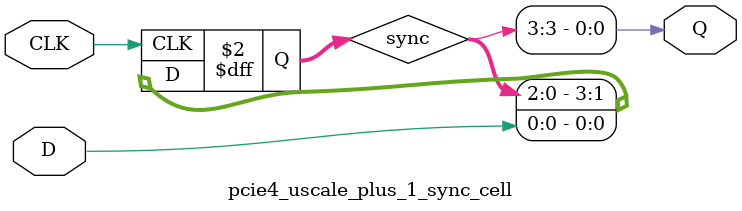
<source format=v>

`timescale 1ps / 1ps

(* DowngradeIPIdentifiedWarnings = "yes" *)
module pcie4_uscale_plus_1_sync_cell #
(
    parameter integer STAGE = 3
)
(
    //-------------------------------------------------------------------------- 
    //  Input Ports
    //-------------------------------------------------------------------------- 
    input                               CLK,
    input                               D,
    
    //-------------------------------------------------------------------------- 
    //  Output Ports
    //-------------------------------------------------------------------------- 
    output                              Q
);
    //-------------------------------------------------------------------------- 
    //  Synchronized Signals
    //--------------------------------------------------------------------------  
    (* ASYNC_REG = "TRUE", SHIFT_EXTRACT = "NO" *) reg [STAGE:0] sync;                                                            



//--------------------------------------------------------------------------------------------------
//  Synchronizier
//--------------------------------------------------------------------------------------------------
always @ (posedge CLK)
begin

    sync <= {sync[(STAGE-1):0], D};
            
end   



//--------------------------------------------------------------------------------------------------
//  Generate Output
//--------------------------------------------------------------------------------------------------
assign Q = sync[STAGE];



endmodule

</source>
